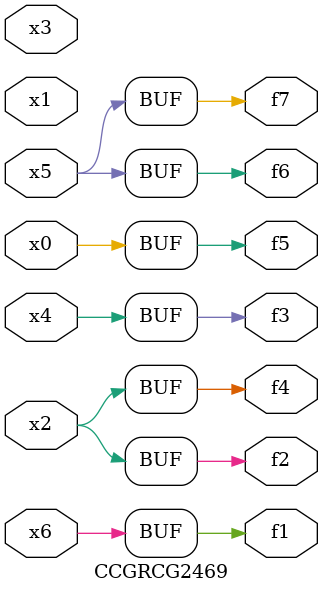
<source format=v>
module CCGRCG2469(
	input x0, x1, x2, x3, x4, x5, x6,
	output f1, f2, f3, f4, f5, f6, f7
);
	assign f1 = x6;
	assign f2 = x2;
	assign f3 = x4;
	assign f4 = x2;
	assign f5 = x0;
	assign f6 = x5;
	assign f7 = x5;
endmodule

</source>
